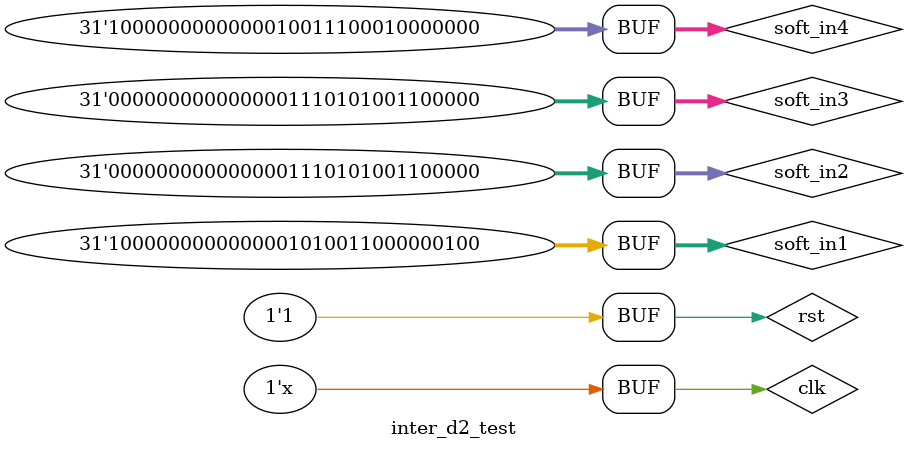
<source format=v>
`timescale 1ns / 1ps


module inter_d2_test;

	// Inputs
	reg clk;
	reg rst;
	reg [30:0] soft_in1;
	reg [30:0] soft_in2;
	reg [30:0] soft_in3;
	reg [30:0] soft_in4;

	// Outputs
	wire [29:0] how_1;
	wire [29:0] how_2;
	wire [29:0] how_3;
	wire [29:0] how_4;
	wire [3:0] d;

	// Instantiate the Unit Under Test (UUT)
	inter_d2 uut (
		.clk(clk), 
		.rst(rst), 
		.soft_in1(soft_in1), 
		.soft_in2(soft_in2), 
		.soft_in3(soft_in3), 
		.soft_in4(soft_in4), 
		.how_1(how_1), 
		.how_2(how_2), 
		.how_3(how_3), 
		.how_4(how_4), 
		.d(d)
	);

	initial begin
		// Initialize Inputs
		clk = 0;
		rst = 0;
		soft_in1 = 1073784324;
		soft_in2 = 60000;
		soft_in3 = 60000;
		soft_in4 = 1073821824;

		// Wait 100 ns for global reset to finish
		#20;
      rst = 1;
		// Add stimulus here

	end
always #5 clk =~ clk;
      
endmodule


</source>
